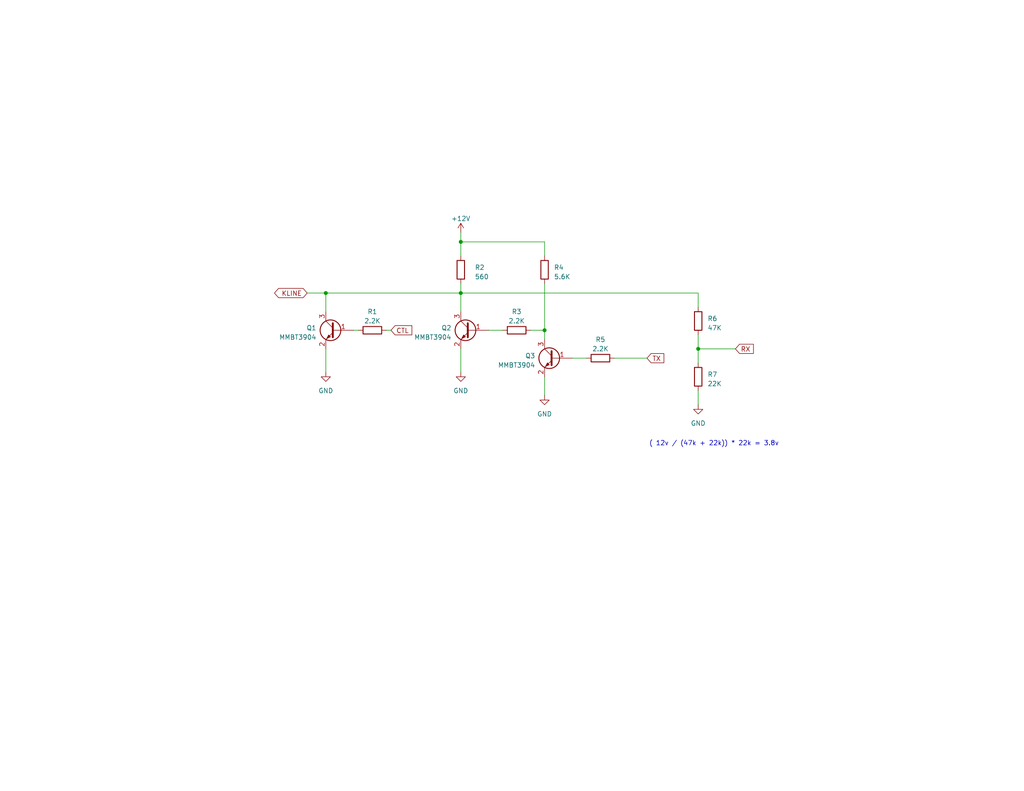
<source format=kicad_sch>
(kicad_sch (version 20231120) (generator "eeschema") (generator_version "8.0")
  (paper "USLetter")
  (title_block (title "ISO9141 Interface Board") (date "2/24/2023") (rev "V2") (company "Copyright (C) Bruce MacKinnon - NOT FOR COMMERCIAL USE"))
  (lib_symbols
    (symbol "Device:R" (pin_numbers hide) (pin_names (offset 0))
      (property "Reference" "R" (at 2.032 0 90))
      (property "Value" "R" (at 0 0 90))
      (symbol "R_0_1"
        (rectangle (start -1.016 -2.54) (end 1.016 2.54) (stroke (width 0.254)))
      )
      (symbol "R_1_1"
        (pin passive line (at 0 3.81 270) (length 1.27) (name "~") (number "1"))
        (pin passive line (at 0 -3.81 90) (length 1.27) (name "~") (number "2"))
      )
    )
    (symbol "Transistor_BJT:MMBT3904" (pin_names (offset 0) hide)
      (property "Reference" "Q" (at 5.08 1.905 0))
      (property "Value" "MMBT3904" (at 5.08 0 0))
      (symbol "MMBT3904_0_1"
        (polyline (pts (xy 0.635 0.635) (xy 2.54 2.54)))
        (polyline (pts (xy 0.635 -0.635) (xy 2.54 -2.54) (xy 2.54 -2.54)))
        (polyline (pts (xy 0.635 1.905) (xy 0.635 -1.905) (xy 0.635 -1.905)) (stroke (width 0.508)))
        (polyline (pts (xy 1.27 -1.778) (xy 1.778 -1.27) (xy 2.286 -2.286) (xy 1.27 -1.778) (xy 1.27 -1.778)) (fill (type outline)))
        (circle (center 1.27 0) (radius 2.8194) (stroke (width 0.254)))
      )
      (symbol "MMBT3904_1_1"
        (pin input line (at -5.08 0 0) (length 5.715) (name "B") (number "1"))
        (pin passive line (at 2.54 -5.08 90) (length 2.54) (name "E") (number "2"))
        (pin passive line (at 2.54 5.08 270) (length 2.54) (name "C") (number "3"))
      )
    )
    (symbol "power:+12V" (power) (pin_numbers hide) (pin_names (offset 0) hide)
      (property "Value" "+12V" (at 0 3.556 0))
      (symbol "+12V_0_1"
        (polyline (pts (xy -0.762 1.27) (xy 0 2.54)))
        (polyline (pts (xy 0 0) (xy 0 2.54)))
        (polyline (pts (xy 0 2.54) (xy 0.762 1.27)))
      )
      (symbol "+12V_1_1"
        (pin power_in line (at 0 0 90) (length 0) (name "~") (number "1"))
      )
    )
    (symbol "power:GND" (power) (pin_numbers hide) (pin_names (offset 0) hide)
      (property "Value" "GND" (at 0 -3.81 0))
      (symbol "GND_0_1"
        (polyline (pts (xy 0 0) (xy 0 -1.27) (xy 1.27 -1.27) (xy 0 -2.54) (xy -1.27 -1.27) (xy 0 -1.27)))
      )
      (symbol "GND_1_1"
        (pin power_in line (at 0 0 270) (length 0) (name "~") (number "1"))
      )
    )
  )
  (junction (at 88.9 80.01))
  (junction (at 190.5 95.25))
  (junction (at 125.73 66.04))
  (junction (at 148.59 90.17))
  (junction (at 125.73 80.01))
  (wire (pts (xy 148.59 77.47) (xy 148.59 90.17)))
  (wire (pts (xy 125.73 77.47) (xy 125.73 80.01)))
  (wire (pts (xy 156.21 97.79) (xy 160.02 97.79)))
  (wire (pts (xy 190.5 95.25) (xy 190.5 99.06)))
  (wire (pts (xy 190.5 106.68) (xy 190.5 110.49)))
  (wire (pts (xy 125.73 80.01) (xy 125.73 85.09)))
  (wire (pts (xy 144.78 90.17) (xy 148.59 90.17)))
  (wire (pts (xy 125.73 66.04) (xy 125.73 69.85)))
  (wire (pts (xy 148.59 66.04) (xy 148.59 69.85)))
  (wire (pts (xy 125.73 80.01) (xy 190.5 80.01)))
  (wire (pts (xy 96.52 90.17) (xy 97.79 90.17)))
  (wire (pts (xy 125.73 66.04) (xy 148.59 66.04)))
  (wire (pts (xy 83.82 80.01) (xy 88.9 80.01)))
  (wire (pts (xy 105.41 90.17) (xy 106.68 90.17)))
  (wire (pts (xy 190.5 95.25) (xy 200.66 95.25)))
  (wire (pts (xy 133.35 90.17) (xy 137.16 90.17)))
  (wire (pts (xy 167.64 97.79) (xy 176.53 97.79)))
  (wire (pts (xy 125.73 63.5) (xy 125.73 66.04)))
  (wire (pts (xy 125.73 95.25) (xy 125.73 101.6)))
  (wire (pts (xy 88.9 95.25) (xy 88.9 101.6)))
  (wire (pts (xy 148.59 90.17) (xy 148.59 92.71)))
  (wire (pts (xy 88.9 80.01) (xy 125.73 80.01)))
  (wire (pts (xy 190.5 80.01) (xy 190.5 83.82)))
  (wire (pts (xy 88.9 80.01) (xy 88.9 85.09)))
  (wire (pts (xy 190.5 91.44) (xy 190.5 95.25)))
  (wire (pts (xy 148.59 102.87) (xy 148.59 107.95)))
  (text "( 12v / (47k + 22k)) * 22k = 3.8v" (at 194.818 121.158 0) (effects (font (size 1.27 1.27))))
  (global_label "KLINE" (shape bidirectional) (at 83.82 80.01 180) (property "Intersheetrefs" "${INTERSHEET_REFS}" (effects (hide yes))))
  (global_label "TX" (shape input) (at 176.53 97.79 0) (property "Intersheetrefs" "${INTERSHEET_REFS}" (effects (hide yes))))
  (global_label "CTL" (shape input) (at 106.68 90.17 0) (property "Intersheetrefs" "${INTERSHEET_REFS}" (effects (hide yes))))
  (global_label "RX" (shape input) (at 200.66 95.25 0) (property "Intersheetrefs" "${INTERSHEET_REFS}" (effects (hide yes))))
  (symbol (lib_id "Transistor_BJT:MMBT3904") (at 91.44 90.17 0) (mirror y) (unit 1)
    (property "Reference" "Q1" (at 86.36 89.535 0) (effects (justify left)))
    (property "Value" "MMBT3904" (at 86.36 92.075 0) (effects (justify left)))
    (property "Footprint" "Package_TO_SOT_SMD:SOT-23" (effects (hide yes)))
    (property "Datasheet" "https://www.onsemi.com/pdf/datasheet/pzt3904-d.pdf" (effects (hide yes)))
    (property "Description" "0.2A Ic, 40V Vce, Small Signal NPN Transistor, SOT-23" (effects (hide yes)))
  )
  (symbol (lib_id "power:GND") (at 88.9 101.6 0) (unit 1)
    (property "Reference" "#PWR03" (effects (hide yes)))
    (property "Value" "GND" (at 88.9 106.68 0))
    (property "Description" "Power symbol creates a global label with name \"GND\" , ground" (effects (hide yes)))
  )
  (symbol (lib_id "power:GND") (at 190.5 110.49 0) (unit 1)
    (property "Reference" "#PWR07" (effects (hide yes)))
    (property "Value" "GND" (at 190.5 115.57 0))
    (property "Description" "Power symbol creates a global label with name \"GND\" , ground" (effects (hide yes)))
  )
  (symbol (lib_id "Transistor_BJT:MMBT3904") (at 151.13 97.79 0) (mirror y) (unit 1)
    (property "Reference" "Q3" (at 146.05 97.155 0) (effects (justify left)))
    (property "Value" "MMBT3904" (at 146.05 99.695 0) (effects (justify left)))
    (property "Footprint" "Package_TO_SOT_SMD:SOT-23" (effects (hide yes)))
    (property "Datasheet" "https://www.onsemi.com/pdf/datasheet/pzt3904-d.pdf" (effects (hide yes)))
    (property "Description" "0.2A Ic, 40V Vce, Small Signal NPN Transistor, SOT-23" (effects (hide yes)))
  )
  (symbol (lib_id "power:+12V") (at 125.73 63.5 0) (unit 1)
    (property "Reference" "#PWR04" (effects (hide yes)))
    (property "Value" "+12V" (at 125.73 59.69 0))
    (property "Description" "Power symbol creates a global label with name \"+12V\"" (effects (hide yes)))
  )
  (symbol (lib_id "Device:R") (at 125.73 73.66 0) (unit 1)
    (property "Reference" "R2" (at 129.54 73.025 0) (effects (justify left)))
    (property "Value" "560" (at 129.54 75.565 0) (effects (justify left)))
    (property "Footprint" "Resistor_SMD:R_0805_2012Metric_Pad1.20x1.40mm_HandSolder" (effects (hide yes)))
    (property "Description" "Resistor" (effects (hide yes)))
  )
  (symbol (lib_id "Device:R") (at 163.83 97.79 90) (unit 1)
    (property "Reference" "R5" (at 163.83 92.71 90))
    (property "Value" "2.2K" (at 163.83 95.25 90))
    (property "Footprint" "Resistor_SMD:R_0805_2012Metric_Pad1.20x1.40mm_HandSolder" (effects (hide yes)))
    (property "Description" "Resistor" (effects (hide yes)))
  )
  (symbol (lib_id "power:GND") (at 125.73 101.6 0) (unit 1)
    (property "Reference" "#PWR05" (effects (hide yes)))
    (property "Value" "GND" (at 125.73 106.68 0))
    (property "Description" "Power symbol creates a global label with name \"GND\" , ground" (effects (hide yes)))
  )
  (symbol (lib_id "Device:R") (at 190.5 87.63 0) (unit 1)
    (property "Reference" "R6" (at 193.04 86.995 0) (effects (justify left)))
    (property "Value" "47K" (at 193.04 89.535 0) (effects (justify left)))
    (property "Footprint" "Resistor_SMD:R_0805_2012Metric_Pad1.20x1.40mm_HandSolder" (effects (hide yes)))
    (property "Description" "Resistor" (effects (hide yes)))
  )
  (symbol (lib_id "power:GND") (at 148.59 107.95 0) (unit 1)
    (property "Reference" "#PWR06" (effects (hide yes)))
    (property "Value" "GND" (at 148.59 113.03 0))
    (property "Description" "Power symbol creates a global label with name \"GND\" , ground" (effects (hide yes)))
  )
  (symbol (lib_id "Device:R") (at 140.97 90.17 90) (unit 1)
    (property "Reference" "R3" (at 140.97 85.09 90))
    (property "Value" "2.2K" (at 140.97 87.63 90))
    (property "Footprint" "Resistor_SMD:R_0805_2012Metric_Pad1.20x1.40mm_HandSolder" (effects (hide yes)))
    (property "Description" "Resistor" (effects (hide yes)))
  )
  (symbol (lib_id "Device:R") (at 190.5 102.87 0) (unit 1)
    (property "Reference" "R7" (at 193.04 102.235 0) (effects (justify left)))
    (property "Value" "22K" (at 193.04 104.775 0) (effects (justify left)))
    (property "Footprint" "Resistor_SMD:R_0805_2012Metric_Pad1.20x1.40mm_HandSolder" (effects (hide yes)))
    (property "Description" "Resistor" (effects (hide yes)))
  )
  (symbol (lib_id "Device:R") (at 101.6 90.17 90) (unit 1)
    (property "Reference" "R1" (at 101.6 85.09 90))
    (property "Value" "2.2K" (at 101.6 87.63 90))
    (property "Footprint" "Resistor_SMD:R_0805_2012Metric_Pad1.20x1.40mm_HandSolder" (effects (hide yes)))
    (property "Description" "Resistor" (effects (hide yes)))
  )
  (symbol (lib_id "Transistor_BJT:MMBT3904") (at 128.27 90.17 0) (mirror y) (unit 1)
    (property "Reference" "Q2" (at 123.19 89.535 0) (effects (justify left)))
    (property "Value" "MMBT3904" (at 123.19 92.075 0) (effects (justify left)))
    (property "Footprint" "Package_TO_SOT_SMD:SOT-23" (effects (hide yes)))
    (property "Datasheet" "https://www.onsemi.com/pdf/datasheet/pzt3904-d.pdf" (effects (hide yes)))
    (property "Description" "0.2A Ic, 40V Vce, Small Signal NPN Transistor, SOT-23" (effects (hide yes)))
  )
  (symbol (lib_id "Device:R") (at 148.59 73.66 0) (unit 1)
    (property "Reference" "R4" (at 151.13 73.025 0) (effects (justify left)))
    (property "Value" "5.6K" (at 151.13 75.565 0) (effects (justify left)))
    (property "Footprint" "Resistor_SMD:R_0805_2012Metric_Pad1.20x1.40mm_HandSolder" (effects (hide yes)))
    (property "Description" "Resistor" (effects (hide yes)))
  )
)
</source>
